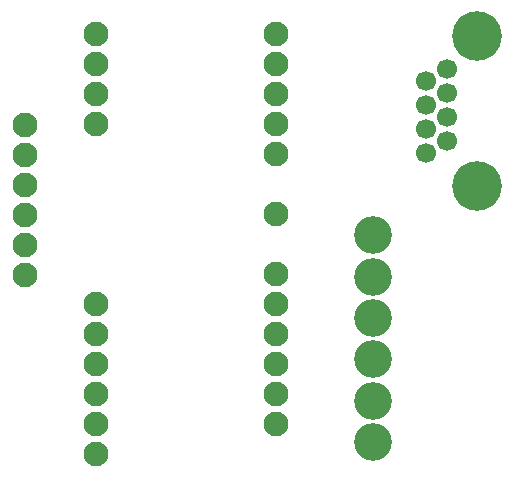
<source format=gbr>
G04 DipTrace 3.0.0.2*
G04 TopMask.gbr*
%MOIN*%
G04 #@! TF.FileFunction,Soldermask,Top*
G04 #@! TF.Part,Single*
%ADD23C,0.066929*%
%ADD25C,0.125984*%
%ADD27C,0.165354*%
%ADD29C,0.082677*%
%FSLAX26Y26*%
G04*
G70*
G90*
G75*
G01*
G04 TopMask*
%LPD*%
D29*
X236220Y601436D3*
Y501436D3*
Y401436D3*
Y301436D3*
Y-298564D3*
Y-398564D3*
Y-498564D3*
Y-598564D3*
Y-698564D3*
Y-798564D3*
D27*
X1507320Y95133D3*
D29*
X836220Y-698564D3*
Y-598564D3*
Y-498564D3*
Y-398564D3*
Y-298564D3*
Y-198564D3*
Y1436D3*
X836283Y201436D3*
Y301404D3*
X836220Y401436D3*
Y501436D3*
Y601436D3*
D25*
X1161046Y-68508D3*
Y-206303D3*
D29*
X0Y300000D3*
Y200000D3*
Y100000D3*
Y0D3*
Y-100000D3*
D25*
X1161046Y-344098D3*
Y-481894D3*
Y-619689D3*
Y-757484D3*
D27*
X1507320Y595133D3*
D23*
X1407320Y245133D3*
Y325448D3*
Y405762D3*
Y486077D3*
X1337241Y285448D3*
Y365762D3*
Y205133D3*
Y445920D3*
D29*
X0Y-200000D3*
M02*

</source>
